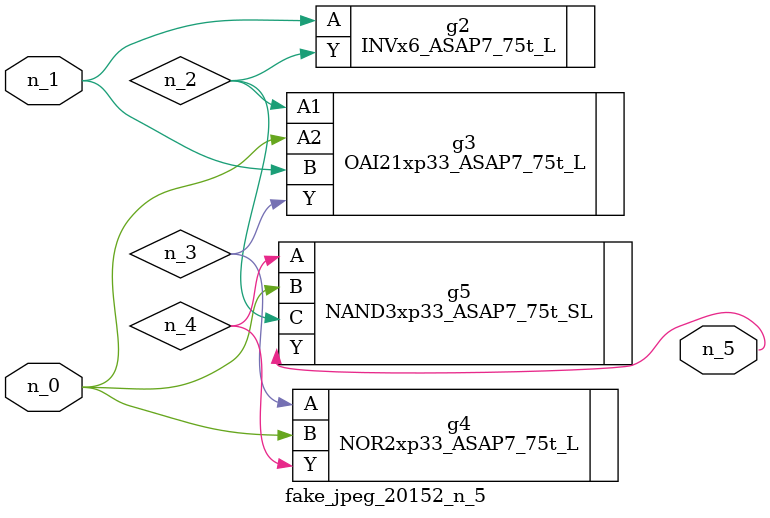
<source format=v>
module fake_jpeg_20152_n_5 (n_0, n_1, n_5);

input n_0;
input n_1;

output n_5;

wire n_2;
wire n_3;
wire n_4;

INVx6_ASAP7_75t_L g2 ( 
.A(n_1),
.Y(n_2)
);

OAI21xp33_ASAP7_75t_L g3 ( 
.A1(n_2),
.A2(n_0),
.B(n_1),
.Y(n_3)
);

NOR2xp33_ASAP7_75t_L g4 ( 
.A(n_3),
.B(n_0),
.Y(n_4)
);

NAND3xp33_ASAP7_75t_SL g5 ( 
.A(n_4),
.B(n_0),
.C(n_2),
.Y(n_5)
);


endmodule
</source>
